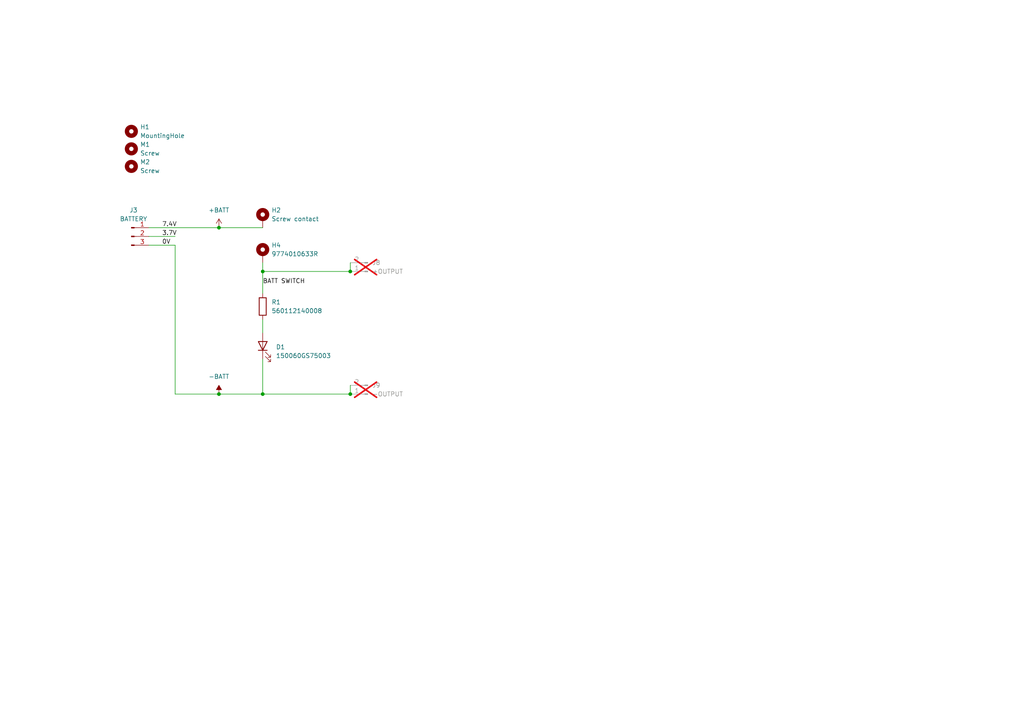
<source format=kicad_sch>
(kicad_sch (version 20231120) (generator "eeschema") (generator_version "8.0")
  (paper "A4")
  (lib_symbols
    (symbol "Connector:Conn_01x02_Pin" (pin_names (offset 1.016) hide)
      (property "Reference" "J" (at 0 2.54 0))
      (property "Value" "Conn_01x02_Pin" (at 0 -5.08 0))
      (symbol "Conn_01x02_Pin_1_1"
        (polyline (pts (xy 1.27 -2.54) (xy 0.8636 -2.54)) (stroke (width 0.1524)))
        (polyline (pts (xy 1.27 0) (xy 0.8636 0)) (stroke (width 0.1524)))
        (rectangle (start 0.8636 -2.413) (end 0 -2.667) (stroke (width 0.1524)) (fill (type outline)))
        (rectangle (start 0.8636 0.127) (end 0 -0.127) (stroke (width 0.1524)) (fill (type outline)))
        (pin passive line (at 5.08 0 180) (length 3.81) (name "Pin_1") (number "1"))
        (pin passive line (at 5.08 -2.54 180) (length 3.81) (name "Pin_2") (number "2"))
      )
    )
    (symbol "Connector:Conn_01x03_Pin" (pin_names (offset 1.016) hide)
      (property "Reference" "J" (at 0 5.08 0))
      (property "Value" "Conn_01x03_Pin" (at 0 -5.08 0))
      (symbol "Conn_01x03_Pin_1_1"
        (polyline (pts (xy 1.27 -2.54) (xy 0.8636 -2.54)) (stroke (width 0.1524)))
        (polyline (pts (xy 1.27 0) (xy 0.8636 0)) (stroke (width 0.1524)))
        (polyline (pts (xy 1.27 2.54) (xy 0.8636 2.54)) (stroke (width 0.1524)))
        (rectangle (start 0.8636 -2.413) (end 0 -2.667) (stroke (width 0.1524)) (fill (type outline)))
        (rectangle (start 0.8636 0.127) (end 0 -0.127) (stroke (width 0.1524)) (fill (type outline)))
        (rectangle (start 0.8636 2.667) (end 0 2.413) (stroke (width 0.1524)) (fill (type outline)))
        (pin passive line (at 5.08 2.54 180) (length 3.81) (name "Pin_1") (number "1"))
        (pin passive line (at 5.08 0 180) (length 3.81) (name "Pin_2") (number "2"))
        (pin passive line (at 5.08 -2.54 180) (length 3.81) (name "Pin_3") (number "3"))
      )
    )
    (symbol "Device:LED" (pin_numbers hide) (pin_names (offset 1.016) hide)
      (property "Reference" "D" (at 0 2.54 0))
      (property "Value" "LED" (at 0 -2.54 0))
      (symbol "LED_0_1"
        (polyline (pts (xy -1.27 -1.27) (xy -1.27 1.27)) (stroke (width 0.254)))
        (polyline (pts (xy -1.27 0) (xy 1.27 0)))
        (polyline (pts (xy 1.27 -1.27) (xy 1.27 1.27) (xy -1.27 0) (xy 1.27 -1.27)) (stroke (width 0.254)))
        (polyline (pts (xy -3.048 -0.762) (xy -4.572 -2.286) (xy -3.81 -2.286) (xy -4.572 -2.286) (xy -4.572 -1.524)))
        (polyline (pts (xy -1.778 -0.762) (xy -3.302 -2.286) (xy -2.54 -2.286) (xy -3.302 -2.286) (xy -3.302 -1.524)))
      )
      (symbol "LED_1_1"
        (pin passive line (at -3.81 0 0) (length 2.54) (name "K") (number "1"))
        (pin passive line (at 3.81 0 180) (length 2.54) (name "A") (number "2"))
      )
    )
    (symbol "Device:R" (pin_numbers hide) (pin_names (offset 0))
      (property "Reference" "R" (at 2.032 0 90))
      (property "Value" "R" (at 0 0 90))
      (symbol "R_0_1"
        (rectangle (start -1.016 -2.54) (end 1.016 2.54) (stroke (width 0.254)))
      )
      (symbol "R_1_1"
        (pin passive line (at 0 3.81 270) (length 1.27) (name "~") (number "1"))
        (pin passive line (at 0 -3.81 90) (length 1.27) (name "~") (number "2"))
      )
    )
    (symbol "Mechanical:M1.6x4" (pin_names (offset 1.016)) (exclude_from_sim yes) (in_bom no)
      (property "Reference" "M" (at 0 5.08 0))
      (property "Value" "Screw" (at 0 3.175 0))
      (symbol "M1.6x4_0_1"
        (circle (center 0 0) (radius 1.27) (stroke (width 1.27)))
      )
    )
    (symbol "Mechanical:M3x4" (pin_names (offset 1.016)) (exclude_from_sim yes) (in_bom no)
      (property "Reference" "M" (at 0 5.08 0))
      (property "Value" "Screw" (at 0 3.175 0))
      (symbol "M3x4_0_1"
        (circle (center 0 0) (radius 1.27) (stroke (width 1.27)))
      )
    )
    (symbol "Mechanical:MountingHole" (pin_names (offset 1.016))
      (property "Reference" "H" (at 0 5.08 0))
      (property "Value" "MountingHole" (at 0 3.175 0))
      (symbol "MountingHole_0_1"
        (circle (center 0 0) (radius 1.27) (stroke (width 1.27)))
      )
    )
    (symbol "Mechanical:MountingHole_Pad" (pin_numbers hide) (pin_names (offset 1.016) hide) (exclude_from_sim yes) (in_bom no)
      (property "Reference" "H" (at 0 6.35 0))
      (property "Value" "MountingHole_Pad" (at 0 4.445 0))
      (symbol "MountingHole_Pad_0_1"
        (circle (center 0 1.27) (radius 1.27) (stroke (width 1.27)))
      )
      (symbol "MountingHole_Pad_1_1"
        (pin input line (at 0 -2.54 90) (length 2.54) (name "1") (number "1"))
      )
    )
    (symbol "MountingHole_Pad_1" (pin_numbers hide) (pin_names (offset 1.016) hide) (exclude_from_sim yes) (in_bom no)
      (property "Reference" "H" (at 0 6.35 0))
      (property "Value" "MountingHole_Pad" (at 0 4.445 0))
      (symbol "MountingHole_Pad_1_0_1"
        (circle (center 0 1.27) (radius 1.27) (stroke (width 1.27)))
      )
      (symbol "MountingHole_Pad_1_1_1"
        (pin input line (at 0 -2.54 90) (length 2.54) (name "1") (number "1"))
      )
    )
    (symbol "power:+BATT" (power) (pin_names (offset 0))
      (property "Value" "+BATT" (at 0 3.556 0))
      (symbol "+BATT_0_1"
        (polyline (pts (xy -0.762 1.27) (xy 0 2.54)))
        (polyline (pts (xy 0 0) (xy 0 2.54)))
        (polyline (pts (xy 0 2.54) (xy 0.762 1.27)))
      )
      (symbol "+BATT_1_1"
        (pin power_in line (at 0 0 90) (length 0) hide (name "+BATT") (number "1"))
      )
    )
    (symbol "power:-BATT" (power) (pin_names (offset 0))
      (property "Value" "-BATT" (at 0 3.556 0))
      (symbol "-BATT_0_1"
        (polyline (pts (xy 0 0) (xy 0 2.54)))
        (polyline (pts (xy 0.762 1.27) (xy -0.762 1.27) (xy 0 2.54) (xy 0.762 1.27)) (fill (type outline)))
      )
      (symbol "-BATT_1_1"
        (pin power_in line (at 0 0 90) (length 0) hide (name "-BATT") (number "1"))
      )
    )
  )
  (junction (at 76.2 78.74))
  (junction (at 101.6 78.74))
  (junction (at 76.2 114.3))
  (junction (at 63.5 66.04))
  (junction (at 101.6 114.3))
  (junction (at 63.5 114.3))
  (wire (pts (xy 43.18 66.04) (xy 63.5 66.04)))
  (wire (pts (xy 101.6 76.2) (xy 101.6 78.74)))
  (wire (pts (xy 50.8 114.3) (xy 63.5 114.3)))
  (wire (pts (xy 76.2 104.14) (xy 76.2 114.3)))
  (wire (pts (xy 63.5 114.3) (xy 76.2 114.3)))
  (wire (pts (xy 50.8 114.3) (xy 50.8 71.12)))
  (wire (pts (xy 76.2 114.3) (xy 101.6 114.3)))
  (wire (pts (xy 76.2 92.71) (xy 76.2 96.52)))
  (wire (pts (xy 43.18 68.58) (xy 50.8 68.58)))
  (wire (pts (xy 76.2 78.74) (xy 76.2 85.09)))
  (wire (pts (xy 101.6 111.76) (xy 101.6 114.3)))
  (wire (pts (xy 76.2 76.2) (xy 76.2 78.74)))
  (wire (pts (xy 63.5 66.04) (xy 76.2 66.04)))
  (wire (pts (xy 43.18 71.12) (xy 50.8 71.12)))
  (wire (pts (xy 101.6 78.74) (xy 76.2 78.74)))
  (label "7.4V" (at 46.99 66.04 0))
  (label "3.7V" (at 46.99 68.58 0))
  (label "0V" (at 46.99 71.12 0))
  (label "BATT SWITCH" (at 76.2 82.55 0))
  (symbol (lib_id "Mechanical:M3x4") (at 38.1 48.26 0) (unit 1) (exclude_from_sim yes) (in_bom no)
    (property "Reference" "M2" (at 40.64 46.9899 0) (effects (justify left)))
    (property "Value" "Screw" (at 40.64 49.5299 0) (effects (justify left)))
    (property "Footprint" "Trent_Components_Library:Screw M3" (effects (hide yes)))
    (property "Description" "M3 x 4mm pan head screw" (effects (hide yes)))
  )
  (symbol (lib_id "Mechanical:MountingHole") (at 38.1 38.1 0) (unit 1)
    (property "Reference" "H1" (at 40.64 36.83 0) (effects (justify left)))
    (property "Value" "MountingHole" (at 40.64 39.37 0) (effects (justify left)))
    (property "Footprint" "MountingHole:MountingHole_3.2mm_M3_DIN965" (effects (hide yes)))
  )
  (symbol (lib_id "Device:LED") (at 76.2 100.33 90) (unit 1)
    (property "Reference" "D1" (at 80.01 100.6475 90) (effects (justify right)))
    (property "Value" "150060GS75003" (at 80.01 103.1875 90) (effects (justify right)))
    (property "Footprint" "LED_SMD:LED_0603_1608Metric_Pad1.05x0.95mm_HandSolder" (effects (hide yes)))
    (property "Description" "LED GREEN CLEAR 0603 SMD" (effects (hide yes)))
  )
  (symbol (lib_id "power:+BATT") (at 63.5 66.04 0) (unit 1)
    (property "Reference" "#PWR01" (effects (hide yes)))
    (property "Value" "+BATT" (at 63.5 60.96 0))
  )
  (symbol (lib_id "Connector:Conn_01x02_Pin") (at 106.68 114.3 180) (unit 1) (in_bom no) (dnp yes)
    (property "Reference" "J9" (at 107.95 111.7599 0) (effects (justify right)))
    (property "Value" "-OUTPUT" (at 107.95 114.2999 0) (effects (justify right)))
    (property "Footprint" "Trent_Components_Library:PinHeader_1x02_P2.54mm_Vertical Negative" (effects (hide yes)))
  )
  (symbol (lib_id "Connector:Conn_01x03_Pin") (at 38.1 68.58 0) (unit 1)
    (property "Reference" "J3" (at 38.735 60.96 0))
    (property "Value" "BATTERY" (at 38.735 63.5 0))
    (property "Footprint" "Trent_Components_Library:JST_XH_S3B-XH-A-1_1x03_P2.50mm_Horizontal_Aliexpress" (effects (hide yes)))
    (property "Description" "Generic connector, single row, 01x03, script generated" (effects (hide yes)))
  )
  (symbol (lib_id "Mechanical:MountingHole_Pad") (at 76.2 63.5 0) (unit 1)
    (property "Reference" "H2" (at 78.74 60.96 0) (effects (justify left)))
    (property "Value" "Screw contact" (at 78.74 63.5 0) (effects (justify left)))
    (property "Footprint" "Trent_Components_Library:screw_contact_3" (effects (hide yes)))
    (property "Description" "Mounting Hole with connection" (effects (hide yes)))
  )
  (symbol (lib_id "Connector:Conn_01x02_Pin") (at 106.68 78.74 180) (unit 1) (in_bom no) (dnp yes)
    (property "Reference" "J8" (at 107.95 76.1999 0) (effects (justify right)))
    (property "Value" "+OUTPUT" (at 107.95 78.7399 0) (effects (justify right)))
    (property "Footprint" "Trent_Components_Library:PinHeader_1x02_P2.54mm_Vertical Positive" (effects (hide yes)))
    (property "Description" "Generic connector, single row, 01x02, script generated" (effects (hide yes)))
  )
  (symbol (lib_id "Device:R") (at 76.2 88.9 0) (unit 1)
    (property "Reference" "R1" (at 78.74 87.63 0) (effects (justify left)))
    (property "Value" "560112140008" (at 78.74 90.17 0) (effects (justify left)))
    (property "Footprint" "Resistor_SMD:R_1210_3225Metric_Pad1.30x2.65mm_HandSolder" (effects (hide yes)))
    (property "Description" "RES 220 OHM 5% 1/2W 1210" (effects (hide yes)))
  )
  (symbol (lib_id "Mechanical:M1.6x4") (at 38.1 43.18 0) (unit 1) (exclude_from_sim yes) (in_bom no)
    (property "Reference" "M1" (at 40.64 41.9099 0) (effects (justify left)))
    (property "Value" "Screw" (at 40.64 44.4499 0) (effects (justify left)))
    (property "Footprint" "Trent_Components_Library:Screw M1.6" (effects (hide yes)))
    (property "Description" "M1.6 x 4mm pan head screw" (effects (hide yes)))
  )
  (symbol (lib_id "power:-BATT") (at 63.5 114.3 0) (unit 1)
    (property "Reference" "#PWR02" (effects (hide yes)))
    (property "Value" "-BATT" (at 63.5 109.22 0))
  )
  (symbol (lib_name "MountingHole_Pad_1") (lib_id "Mechanical:MountingHole_Pad") (at 76.2 73.66 0) (unit 1) (exclude_from_sim yes) (in_bom no)
    (property "Reference" "H4" (at 78.74 71.1199 0) (effects (justify left)))
    (property "Value" "9774010633R" (at 78.74 73.6599 0) (effects (justify left)))
    (property "Footprint" "Mounting_Wuerth:Mounting_Wuerth_WA-SMSI-M1.6_H1mm_9774010633" (effects (hide yes)))
    (property "Description" "SMT STEEL SPACER, M1.6 INTERNAL" (effects (hide yes)))
  )
)
</source>
